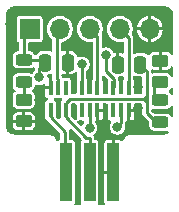
<source format=gbr>
%TF.GenerationSoftware,KiCad,Pcbnew,8.99.0-unknown-079855af18~181~ubuntu22.04.1*%
%TF.CreationDate,2024-11-15T17:57:23-08:00*%
%TF.ProjectId,gb_video_breakout,67625f76-6964-4656-9f5f-627265616b6f,rev?*%
%TF.SameCoordinates,Original*%
%TF.FileFunction,Copper,L1,Top*%
%TF.FilePolarity,Positive*%
%FSLAX46Y46*%
G04 Gerber Fmt 4.6, Leading zero omitted, Abs format (unit mm)*
G04 Created by KiCad (PCBNEW 8.99.0-unknown-079855af18~181~ubuntu22.04.1) date 2024-11-15 17:57:23*
%MOMM*%
%LPD*%
G01*
G04 APERTURE LIST*
G04 Aperture macros list*
%AMRoundRect*
0 Rectangle with rounded corners*
0 $1 Rounding radius*
0 $2 $3 $4 $5 $6 $7 $8 $9 X,Y pos of 4 corners*
0 Add a 4 corners polygon primitive as box body*
4,1,4,$2,$3,$4,$5,$6,$7,$8,$9,$2,$3,0*
0 Add four circle primitives for the rounded corners*
1,1,$1+$1,$2,$3*
1,1,$1+$1,$4,$5*
1,1,$1+$1,$6,$7*
1,1,$1+$1,$8,$9*
0 Add four rect primitives between the rounded corners*
20,1,$1+$1,$2,$3,$4,$5,0*
20,1,$1+$1,$4,$5,$6,$7,0*
20,1,$1+$1,$6,$7,$8,$9,0*
20,1,$1+$1,$8,$9,$2,$3,0*%
G04 Aperture macros list end*
%TA.AperFunction,SMDPad,CuDef*%
%ADD10R,0.400000X1.200000*%
%TD*%
%TA.AperFunction,SMDPad,CuDef*%
%ADD11RoundRect,0.250000X-0.250000X-0.475000X0.250000X-0.475000X0.250000X0.475000X-0.250000X0.475000X0*%
%TD*%
%TA.AperFunction,SMDPad,CuDef*%
%ADD12RoundRect,0.250000X0.250000X0.475000X-0.250000X0.475000X-0.250000X-0.475000X0.250000X-0.475000X0*%
%TD*%
%TA.AperFunction,ComponentPad*%
%ADD13R,1.700000X1.700000*%
%TD*%
%TA.AperFunction,ComponentPad*%
%ADD14O,1.700000X1.700000*%
%TD*%
%TA.AperFunction,SMDPad,CuDef*%
%ADD15RoundRect,0.250000X-0.450000X0.262500X-0.450000X-0.262500X0.450000X-0.262500X0.450000X0.262500X0*%
%TD*%
%TA.AperFunction,ConnectorPad*%
%ADD16R,1.000000X5.000000*%
%TD*%
%TA.AperFunction,SMDPad,CuDef*%
%ADD17RoundRect,0.243750X-0.456250X0.243750X-0.456250X-0.243750X0.456250X-0.243750X0.456250X0.243750X0*%
%TD*%
%TA.AperFunction,SMDPad,CuDef*%
%ADD18RoundRect,0.250000X0.450000X-0.262500X0.450000X0.262500X-0.450000X0.262500X-0.450000X-0.262500X0*%
%TD*%
%TA.AperFunction,SMDPad,CuDef*%
%ADD19RoundRect,0.243750X0.456250X-0.243750X0.456250X0.243750X-0.456250X0.243750X-0.456250X-0.243750X0*%
%TD*%
%TA.AperFunction,ViaPad*%
%ADD20C,0.800000*%
%TD*%
%TA.AperFunction,Conductor*%
%ADD21C,0.250000*%
%TD*%
G04 APERTURE END LIST*
D10*
%TO.P,U3,1,NC*%
%TO.N,unconnected-(U3-NC-Pad1)*%
X146500000Y-88750000D03*
%TO.P,U3,2,A*%
%TO.N,CLK_5V*%
X147150000Y-88750000D03*
%TO.P,U3,3,GND*%
%TO.N,GND*%
X147800000Y-88750000D03*
%TO.P,U3,4,Y*%
%TO.N,CLK_3V3*%
X147800000Y-86850000D03*
%TO.P,U3,5,VCC*%
%TO.N,+3V3*%
X146500000Y-86850000D03*
%TD*%
%TO.P,U2,1,NC*%
%TO.N,unconnected-(U2-NC-Pad1)*%
X143850000Y-88750000D03*
%TO.P,U2,2,A*%
%TO.N,RX_5V*%
X144500000Y-88750000D03*
%TO.P,U2,3,GND*%
%TO.N,GND*%
X145150000Y-88750000D03*
%TO.P,U2,4,Y*%
%TO.N,RX_3V3*%
X145150000Y-86850000D03*
%TO.P,U2,5,VCC*%
%TO.N,+3V3*%
X143850000Y-86850000D03*
%TD*%
%TO.P,U1,1,NC*%
%TO.N,unconnected-(U1-NC-Pad1)*%
X142500000Y-86850000D03*
%TO.P,U1,2,A*%
%TO.N,TX_3V3*%
X141850000Y-86850000D03*
%TO.P,U1,3,GND*%
%TO.N,GND*%
X141200000Y-86850000D03*
%TO.P,U1,4,Y*%
%TO.N,TX_5V*%
X141200000Y-88750000D03*
%TO.P,U1,5,VCC*%
%TO.N,+5V*%
X142500000Y-88750000D03*
%TD*%
D11*
%TO.P,C2,1*%
%TO.N,+3V3*%
X140750000Y-84700000D03*
%TO.P,C2,2*%
%TO.N,GND*%
X142650000Y-84700000D03*
%TD*%
D12*
%TO.P,C1,1*%
%TO.N,+5V*%
X148800000Y-84900000D03*
%TO.P,C1,2*%
%TO.N,GND*%
X146900000Y-84900000D03*
%TD*%
D13*
%TO.P,J1,1,Pin_1*%
%TO.N,+3V3*%
X139425000Y-81850000D03*
D14*
%TO.P,J1,2,Pin_2*%
%TO.N,TX_3V3*%
X141965000Y-81850000D03*
%TO.P,J1,3,Pin_3*%
%TO.N,RX_3V3*%
X144505000Y-81850000D03*
%TO.P,J1,4,Pin_4*%
%TO.N,CLK_3V3*%
X147045000Y-81850000D03*
%TO.P,J1,5,Pin_5*%
%TO.N,GND*%
X149585000Y-81850000D03*
%TD*%
D15*
%TO.P,R4,1*%
%TO.N,Net-(D2-K)*%
X138925000Y-87850000D03*
%TO.P,R4,2*%
%TO.N,GND*%
X138925000Y-89675000D03*
%TD*%
D16*
%TO.P,GB1,2,SO*%
%TO.N,TX_5V*%
X142500000Y-94000000D03*
%TO.P,GB1,4,SD*%
%TO.N,+5V*%
X144500000Y-94000000D03*
%TO.P,GB1,6,GND*%
%TO.N,GND*%
X146500000Y-94000000D03*
%TD*%
D17*
%TO.P,D1,1,K*%
%TO.N,Net-(D1-K)*%
X150500000Y-87887500D03*
%TO.P,D1,2,A*%
%TO.N,+5V*%
X150500000Y-89762500D03*
%TD*%
D18*
%TO.P,R3,1*%
%TO.N,Net-(D1-K)*%
X150500000Y-86362500D03*
%TO.P,R3,2*%
%TO.N,GND*%
X150500000Y-84537500D03*
%TD*%
D19*
%TO.P,D2,1,K*%
%TO.N,Net-(D2-K)*%
X138925000Y-86337500D03*
%TO.P,D2,2,A*%
%TO.N,+3V3*%
X138925000Y-84462500D03*
%TD*%
D20*
%TO.N,+3V3*%
X145881241Y-84052445D03*
X140250000Y-85950000D03*
%TO.N,GND*%
X151100000Y-80550000D03*
X148450000Y-80500000D03*
X145700000Y-80450000D03*
X143350000Y-80450000D03*
X140850000Y-80550000D03*
X137800000Y-81400000D03*
X137950000Y-83250000D03*
X151000000Y-82900000D03*
X148850000Y-83400000D03*
X146900000Y-83400000D03*
X140850000Y-83200000D03*
X143300000Y-83000000D03*
X140250000Y-87850000D03*
X140700000Y-90350000D03*
X148550000Y-90150000D03*
X148600000Y-86750000D03*
X148600000Y-88550000D03*
%TO.N,+3V3*%
X143850000Y-84850000D03*
%TO.N,CLK_5V*%
X146850000Y-90150000D03*
%TO.N,RX_5V*%
X144500000Y-90200000D03*
%TD*%
D21*
%TO.N,RX_3V3*%
X144505000Y-81850000D02*
X145150000Y-82495000D01*
X145150000Y-82495000D02*
X145150000Y-86850000D01*
%TO.N,TX_3V3*%
X141965000Y-81850000D02*
X141733005Y-82081995D01*
X141733005Y-82081995D02*
X141733005Y-86033005D01*
X141733005Y-86033005D02*
X141850000Y-86150000D01*
X141850000Y-86150000D02*
X141850000Y-86850000D01*
%TO.N,+5V*%
X149350000Y-87750000D02*
X149350000Y-88000000D01*
X149100000Y-87776000D02*
X149126000Y-87776000D01*
X149126000Y-87776000D02*
X149350000Y-88000000D01*
X149100000Y-87776000D02*
X149324000Y-87776000D01*
X149350000Y-85450000D02*
X149350000Y-87550000D01*
X149100000Y-87776000D02*
X149124000Y-87776000D01*
X149124000Y-87776000D02*
X149350000Y-87550000D01*
%TO.N,CLK_5V*%
X147150000Y-88750000D02*
X147150000Y-89850000D01*
X147150000Y-89850000D02*
X146850000Y-90150000D01*
%TO.N,+5V*%
X142500000Y-88750000D02*
X142500000Y-88100000D01*
X142500000Y-88100000D02*
X142824000Y-87776000D01*
X142824000Y-87776000D02*
X149100000Y-87776000D01*
X149324000Y-87776000D02*
X149350000Y-87750000D01*
X149350000Y-88000000D02*
X149350000Y-88967823D01*
X149350000Y-88967823D02*
X150144677Y-89762500D01*
X150144677Y-89762500D02*
X150500000Y-89762500D01*
X149350000Y-87550000D02*
X149350000Y-87750000D01*
%TO.N,+3V3*%
X145881241Y-84052445D02*
X145946959Y-84052445D01*
X145850000Y-85396514D02*
X146550000Y-86096514D01*
X145946959Y-84052445D02*
X145850000Y-84149404D01*
X145850000Y-84149404D02*
X145850000Y-85396514D01*
X146550000Y-86096514D02*
X146550000Y-86800000D01*
X146550000Y-86800000D02*
X146500000Y-86850000D01*
%TO.N,+5V*%
X148800000Y-84900000D02*
X149350000Y-85450000D01*
%TO.N,+3V3*%
X143850000Y-84850000D02*
X143850000Y-86850000D01*
%TO.N,+5V*%
X144500000Y-91050000D02*
X144200000Y-91050000D01*
X144200000Y-91050000D02*
X142500000Y-89350000D01*
X142500000Y-89350000D02*
X142500000Y-88750000D01*
X144500000Y-91900000D02*
X144500000Y-91050000D01*
X144500000Y-94000000D02*
X144500000Y-91900000D01*
%TO.N,RX_5V*%
X144500000Y-88750000D02*
X144500000Y-90200000D01*
%TO.N,+3V3*%
X138925000Y-84462500D02*
X140687500Y-84462500D01*
X140687500Y-84462500D02*
X140700000Y-84450000D01*
%TO.N,TX_5V*%
X141200000Y-89350000D02*
X142400000Y-90550000D01*
X141200000Y-88750000D02*
X141200000Y-89350000D01*
X142400000Y-90550000D02*
X142400000Y-93900000D01*
X142400000Y-93900000D02*
X142500000Y-94000000D01*
%TO.N,CLK_3V3*%
X147045000Y-81850000D02*
X147800000Y-82605000D01*
X147800000Y-82605000D02*
X147800000Y-86850000D01*
%TO.N,+3V3*%
X139425000Y-81850000D02*
X138925000Y-82350000D01*
X138925000Y-82350000D02*
X138925000Y-84462500D01*
%TO.N,Net-(D2-K)*%
X138925000Y-87850000D02*
X138925000Y-86337500D01*
%TO.N,Net-(D1-K)*%
X149925000Y-87837500D02*
X149925000Y-86312500D01*
%TO.N,GND*%
X146500000Y-94000000D02*
X146500000Y-91600000D01*
%TO.N,TX_5V*%
X142140000Y-93640000D02*
X142500000Y-94000000D01*
%TO.N,+3V3*%
X140250000Y-85950000D02*
X140250000Y-85200000D01*
X140250000Y-85200000D02*
X140750000Y-84700000D01*
%TD*%
%TA.AperFunction,Conductor*%
%TO.N,GND*%
G36*
X145992539Y-88171185D02*
G01*
X146038294Y-88223989D01*
X146049500Y-88275500D01*
X146049500Y-89374678D01*
X146064032Y-89447735D01*
X146064033Y-89447739D01*
X146074106Y-89462814D01*
X146119399Y-89530601D01*
X146149811Y-89550921D01*
X146202260Y-89585966D01*
X146202263Y-89585967D01*
X146234090Y-89592298D01*
X146296001Y-89624682D01*
X146330575Y-89685398D01*
X146326836Y-89755168D01*
X146313002Y-89782805D01*
X146273537Y-89841868D01*
X146273533Y-89841875D01*
X146224499Y-89960255D01*
X146224497Y-89960261D01*
X146199500Y-90085928D01*
X146199500Y-90085931D01*
X146199500Y-90214069D01*
X146199500Y-90214071D01*
X146199499Y-90214071D01*
X146224497Y-90339738D01*
X146224499Y-90339744D01*
X146273533Y-90458124D01*
X146273538Y-90458133D01*
X146344723Y-90564668D01*
X146344726Y-90564672D01*
X146435327Y-90655273D01*
X146435331Y-90655276D01*
X146541866Y-90726461D01*
X146541875Y-90726466D01*
X146551713Y-90730541D01*
X146660256Y-90775501D01*
X146660260Y-90775501D01*
X146660261Y-90775502D01*
X146785928Y-90800500D01*
X146785931Y-90800500D01*
X146914071Y-90800500D01*
X147014145Y-90780593D01*
X147039744Y-90775501D01*
X147158127Y-90726465D01*
X147264669Y-90655276D01*
X147355276Y-90564669D01*
X147426465Y-90458127D01*
X147475501Y-90339744D01*
X147500500Y-90214069D01*
X147500500Y-90085931D01*
X147495419Y-90060389D01*
X147495850Y-90047652D01*
X147493065Y-90038873D01*
X147496824Y-90018872D01*
X147497333Y-90003838D01*
X147499588Y-89995495D01*
X147499910Y-89994938D01*
X147519082Y-89923387D01*
X147525500Y-89899436D01*
X147525500Y-89800564D01*
X147525500Y-89724000D01*
X147545185Y-89656961D01*
X147597989Y-89611206D01*
X147649500Y-89600000D01*
X147675000Y-89600000D01*
X147925000Y-89600000D01*
X148024626Y-89600000D01*
X148024628Y-89599999D01*
X148097540Y-89585496D01*
X148097544Y-89585494D01*
X148180239Y-89530239D01*
X148235494Y-89447544D01*
X148235496Y-89447540D01*
X148249999Y-89374628D01*
X148250000Y-89374626D01*
X148250000Y-88875000D01*
X147925000Y-88875000D01*
X147925000Y-89600000D01*
X147675000Y-89600000D01*
X147675000Y-88874000D01*
X147677550Y-88865314D01*
X147676262Y-88856353D01*
X147687240Y-88832312D01*
X147694685Y-88806961D01*
X147701525Y-88801033D01*
X147705287Y-88792797D01*
X147727521Y-88778507D01*
X147747489Y-88761206D01*
X147758003Y-88758918D01*
X147764065Y-88755023D01*
X147799000Y-88750000D01*
X147800000Y-88750000D01*
X147800000Y-88749000D01*
X147819685Y-88681961D01*
X147872489Y-88636206D01*
X147924000Y-88625000D01*
X148250000Y-88625000D01*
X148250000Y-88275500D01*
X148269685Y-88208461D01*
X148322489Y-88162706D01*
X148374000Y-88151500D01*
X148850500Y-88151500D01*
X148917539Y-88171185D01*
X148963294Y-88223989D01*
X148974500Y-88275500D01*
X148974500Y-89017258D01*
X149000090Y-89112761D01*
X149039331Y-89180729D01*
X149049526Y-89198386D01*
X149513181Y-89662041D01*
X149546666Y-89723364D01*
X149549500Y-89749722D01*
X149549500Y-90053516D01*
X149549501Y-90053526D01*
X149555828Y-90112391D01*
X149593754Y-90214071D01*
X149605497Y-90245554D01*
X149690669Y-90359331D01*
X149804446Y-90444503D01*
X149937609Y-90494171D01*
X149996479Y-90500500D01*
X151003520Y-90500499D01*
X151054852Y-90494981D01*
X151066482Y-90497079D01*
X151078051Y-90494671D01*
X151100232Y-90503169D01*
X151123610Y-90507388D01*
X151132258Y-90515440D01*
X151143295Y-90519669D01*
X151157361Y-90538812D01*
X151174747Y-90554999D01*
X151177669Y-90566449D01*
X151184667Y-90575973D01*
X151186150Y-90599681D01*
X151192025Y-90622698D01*
X151188292Y-90633910D01*
X151189031Y-90645707D01*
X151177460Y-90666455D01*
X151169959Y-90688992D01*
X151159896Y-90697949D01*
X151155001Y-90706729D01*
X151126560Y-90727628D01*
X151116731Y-90732882D01*
X151094271Y-90742186D01*
X150967661Y-90780593D01*
X150943819Y-90785335D01*
X150806062Y-90798903D01*
X150793908Y-90799500D01*
X147931005Y-90799500D01*
X147795677Y-90826418D01*
X147795667Y-90826421D01*
X147668195Y-90879221D01*
X147668182Y-90879228D01*
X147553458Y-90955885D01*
X147553454Y-90955888D01*
X147455888Y-91053454D01*
X147455885Y-91053458D01*
X147379228Y-91168182D01*
X147379223Y-91168192D01*
X147344738Y-91251447D01*
X147300897Y-91305850D01*
X147234603Y-91327915D01*
X147166903Y-91310636D01*
X147161286Y-91307096D01*
X147097544Y-91264505D01*
X147097540Y-91264503D01*
X147024627Y-91250000D01*
X146625000Y-91250000D01*
X146625000Y-93876000D01*
X146622449Y-93884685D01*
X146623738Y-93893647D01*
X146612759Y-93917687D01*
X146605315Y-93943039D01*
X146598474Y-93948966D01*
X146594713Y-93957203D01*
X146572478Y-93971492D01*
X146552511Y-93988794D01*
X146541996Y-93991081D01*
X146535935Y-93994977D01*
X146501000Y-94000000D01*
X146500000Y-94000000D01*
X146500000Y-94001000D01*
X146480315Y-94068039D01*
X146427511Y-94113794D01*
X146376000Y-94125000D01*
X145750000Y-94125000D01*
X145750000Y-96524628D01*
X145764503Y-96597540D01*
X145764503Y-96597541D01*
X145770562Y-96606608D01*
X145791440Y-96673285D01*
X145772956Y-96740666D01*
X145720978Y-96787356D01*
X145667460Y-96799500D01*
X145333142Y-96799500D01*
X145266103Y-96779815D01*
X145220348Y-96727011D01*
X145210404Y-96657853D01*
X145230040Y-96606610D01*
X145235964Y-96597743D01*
X145235964Y-96597742D01*
X145235966Y-96597740D01*
X145250500Y-96524674D01*
X145250500Y-91475371D01*
X145750000Y-91475371D01*
X145750000Y-93875000D01*
X146375000Y-93875000D01*
X146375000Y-91250000D01*
X145975373Y-91250000D01*
X145902459Y-91264503D01*
X145902455Y-91264505D01*
X145819760Y-91319760D01*
X145764505Y-91402455D01*
X145764503Y-91402459D01*
X145750000Y-91475371D01*
X145250500Y-91475371D01*
X145250500Y-91475326D01*
X145250500Y-91475323D01*
X145250499Y-91475321D01*
X145235967Y-91402264D01*
X145235966Y-91402260D01*
X145180601Y-91319399D01*
X145097740Y-91264034D01*
X145097739Y-91264033D01*
X145097735Y-91264032D01*
X145024677Y-91249500D01*
X145024674Y-91249500D01*
X144999500Y-91249500D01*
X144932461Y-91229815D01*
X144886706Y-91177011D01*
X144875500Y-91125500D01*
X144875500Y-91000567D01*
X144875500Y-91000565D01*
X144849910Y-90905062D01*
X144842770Y-90892696D01*
X144826297Y-90824798D01*
X144849148Y-90758771D01*
X144881265Y-90727595D01*
X144914669Y-90705276D01*
X145005276Y-90614669D01*
X145076465Y-90508127D01*
X145125501Y-90389744D01*
X145144410Y-90294687D01*
X145150500Y-90264071D01*
X145150500Y-90135928D01*
X145125502Y-90010261D01*
X145125501Y-90010260D01*
X145125501Y-90010256D01*
X145079598Y-89899436D01*
X145076466Y-89891875D01*
X145076461Y-89891866D01*
X145005278Y-89785334D01*
X145001928Y-89781252D01*
X144974612Y-89716943D01*
X144986401Y-89648075D01*
X145010098Y-89614901D01*
X145024999Y-89600000D01*
X145275000Y-89600000D01*
X145374626Y-89600000D01*
X145374628Y-89599999D01*
X145447540Y-89585496D01*
X145447544Y-89585494D01*
X145530239Y-89530239D01*
X145585494Y-89447544D01*
X145585496Y-89447540D01*
X145599999Y-89374628D01*
X145600000Y-89374626D01*
X145600000Y-88875000D01*
X145275000Y-88875000D01*
X145275000Y-89600000D01*
X145024999Y-89600000D01*
X145025000Y-89599999D01*
X145025000Y-88874000D01*
X145027550Y-88865314D01*
X145026262Y-88856353D01*
X145037240Y-88832312D01*
X145044685Y-88806961D01*
X145051525Y-88801033D01*
X145055287Y-88792797D01*
X145077521Y-88778507D01*
X145097489Y-88761206D01*
X145108003Y-88758918D01*
X145114065Y-88755023D01*
X145149000Y-88750000D01*
X145150000Y-88750000D01*
X145150000Y-88749000D01*
X145169685Y-88681961D01*
X145222489Y-88636206D01*
X145274000Y-88625000D01*
X145600000Y-88625000D01*
X145600000Y-88275500D01*
X145602550Y-88266814D01*
X145601262Y-88257853D01*
X145612240Y-88233812D01*
X145619685Y-88208461D01*
X145626525Y-88202533D01*
X145630287Y-88194297D01*
X145652521Y-88180007D01*
X145672489Y-88162706D01*
X145683003Y-88160418D01*
X145689065Y-88156523D01*
X145724000Y-88151500D01*
X145925500Y-88151500D01*
X145992539Y-88171185D01*
G37*
%TD.AperFunction*%
%TA.AperFunction,Conductor*%
G36*
X150806061Y-79901097D02*
G01*
X150816051Y-79902080D01*
X150943824Y-79914665D01*
X150967652Y-79919404D01*
X151094277Y-79957815D01*
X151116725Y-79967114D01*
X151233406Y-80029482D01*
X151253616Y-80042986D01*
X151355891Y-80126920D01*
X151373079Y-80144108D01*
X151457012Y-80246381D01*
X151470517Y-80266593D01*
X151532883Y-80383271D01*
X151542186Y-80405728D01*
X151580593Y-80532338D01*
X151585335Y-80556180D01*
X151598903Y-80693938D01*
X151599500Y-80706092D01*
X151599500Y-83935730D01*
X151579815Y-84002769D01*
X151527011Y-84048524D01*
X151457853Y-84058468D01*
X151394297Y-84029443D01*
X151376234Y-84010042D01*
X151307187Y-83917809D01*
X151192093Y-83831649D01*
X151192086Y-83831645D01*
X151057379Y-83781403D01*
X151057372Y-83781401D01*
X150997844Y-83775000D01*
X150625000Y-83775000D01*
X150625000Y-85300000D01*
X150997828Y-85300000D01*
X150997844Y-85299999D01*
X151057372Y-85293598D01*
X151057379Y-85293596D01*
X151192086Y-85243354D01*
X151192093Y-85243350D01*
X151307187Y-85157190D01*
X151307190Y-85157187D01*
X151376234Y-85064958D01*
X151432168Y-85023087D01*
X151501859Y-85018103D01*
X151563182Y-85051589D01*
X151596666Y-85112912D01*
X151599500Y-85139269D01*
X151599500Y-85759897D01*
X151579815Y-85826936D01*
X151527011Y-85872691D01*
X151457853Y-85882635D01*
X151394297Y-85853610D01*
X151376234Y-85834208D01*
X151307547Y-85742455D01*
X151307544Y-85742452D01*
X151192335Y-85656206D01*
X151192328Y-85656202D01*
X151057482Y-85605908D01*
X151057483Y-85605908D01*
X150997883Y-85599501D01*
X150997881Y-85599500D01*
X150997873Y-85599500D01*
X150997864Y-85599500D01*
X150002129Y-85599500D01*
X150002123Y-85599501D01*
X149942514Y-85605909D01*
X149892832Y-85624439D01*
X149862309Y-85626621D01*
X149832032Y-85631020D01*
X149827790Y-85629090D01*
X149823140Y-85629423D01*
X149796278Y-85614754D01*
X149768434Y-85602088D01*
X149765908Y-85598171D01*
X149761817Y-85595937D01*
X149747152Y-85569079D01*
X149730574Y-85543366D01*
X149729660Y-85537043D01*
X149728333Y-85534613D01*
X149725500Y-85508438D01*
X149725500Y-85400565D01*
X149725341Y-85399973D01*
X149725329Y-85391326D01*
X149732951Y-85365226D01*
X149737125Y-85338361D01*
X149742601Y-85332183D01*
X149744916Y-85324258D01*
X149765438Y-85306422D01*
X149783474Y-85286078D01*
X149791421Y-85283841D01*
X149797653Y-85278426D01*
X149824558Y-85274517D01*
X149850732Y-85267153D01*
X149861478Y-85269154D01*
X149866797Y-85268382D01*
X149873360Y-85271367D01*
X149892663Y-85274963D01*
X149942623Y-85293597D01*
X149942627Y-85293598D01*
X150002155Y-85299999D01*
X150002172Y-85300000D01*
X150375000Y-85300000D01*
X150375000Y-83775000D01*
X150002155Y-83775000D01*
X149942627Y-83781401D01*
X149942620Y-83781403D01*
X149807913Y-83831645D01*
X149807906Y-83831649D01*
X149692812Y-83917809D01*
X149692809Y-83917812D01*
X149606649Y-84032907D01*
X149603509Y-84038657D01*
X149554101Y-84088060D01*
X149485827Y-84102909D01*
X149420364Y-84078489D01*
X149408162Y-84067915D01*
X149292335Y-83981206D01*
X149292328Y-83981202D01*
X149157486Y-83930910D01*
X149157485Y-83930909D01*
X149157483Y-83930909D01*
X149097873Y-83924500D01*
X149097863Y-83924500D01*
X148502129Y-83924500D01*
X148502123Y-83924501D01*
X148442516Y-83930908D01*
X148342833Y-83968088D01*
X148273141Y-83973072D01*
X148211818Y-83939586D01*
X148178334Y-83878263D01*
X148175500Y-83851906D01*
X148175500Y-82555567D01*
X148175500Y-82555565D01*
X148149910Y-82460062D01*
X148100475Y-82374438D01*
X148100473Y-82374436D01*
X148100472Y-82374434D01*
X148095526Y-82367988D01*
X148097122Y-82366762D01*
X148068837Y-82314962D01*
X148072071Y-82250289D01*
X148118402Y-82107701D01*
X148145500Y-81936611D01*
X148145500Y-81763389D01*
X148139420Y-81725000D01*
X148491086Y-81725000D01*
X149100856Y-81725000D01*
X149085000Y-81784174D01*
X149085000Y-81915826D01*
X149100856Y-81975000D01*
X148491086Y-81975000D01*
X148512086Y-82107585D01*
X148565591Y-82272257D01*
X148644195Y-82426524D01*
X148745967Y-82566602D01*
X148868397Y-82689032D01*
X149008475Y-82790804D01*
X149162744Y-82869408D01*
X149327415Y-82922913D01*
X149460000Y-82943913D01*
X149460000Y-82334144D01*
X149519174Y-82350000D01*
X149650826Y-82350000D01*
X149710000Y-82334144D01*
X149710000Y-82943912D01*
X149842584Y-82922913D01*
X150007255Y-82869408D01*
X150161524Y-82790804D01*
X150301602Y-82689032D01*
X150424032Y-82566602D01*
X150525804Y-82426524D01*
X150604408Y-82272257D01*
X150657913Y-82107585D01*
X150678914Y-81975000D01*
X150069144Y-81975000D01*
X150085000Y-81915826D01*
X150085000Y-81784174D01*
X150069144Y-81725000D01*
X150678914Y-81725000D01*
X150657913Y-81592414D01*
X150604408Y-81427742D01*
X150525804Y-81273475D01*
X150424032Y-81133397D01*
X150301602Y-81010967D01*
X150161524Y-80909195D01*
X150007257Y-80830591D01*
X149842585Y-80777086D01*
X149710000Y-80756086D01*
X149710000Y-81365855D01*
X149650826Y-81350000D01*
X149519174Y-81350000D01*
X149460000Y-81365855D01*
X149460000Y-80756086D01*
X149327414Y-80777086D01*
X149162742Y-80830591D01*
X149008475Y-80909195D01*
X148868397Y-81010967D01*
X148745967Y-81133397D01*
X148644195Y-81273475D01*
X148565591Y-81427742D01*
X148512086Y-81592414D01*
X148491086Y-81725000D01*
X148139420Y-81725000D01*
X148118402Y-81592299D01*
X148064873Y-81427555D01*
X147986232Y-81273212D01*
X147884414Y-81133072D01*
X147761928Y-81010586D01*
X147621788Y-80908768D01*
X147467445Y-80830127D01*
X147302701Y-80776598D01*
X147302699Y-80776597D01*
X147302698Y-80776597D01*
X147171271Y-80755781D01*
X147131611Y-80749500D01*
X146958389Y-80749500D01*
X146918728Y-80755781D01*
X146787302Y-80776597D01*
X146622552Y-80830128D01*
X146468211Y-80908768D01*
X146388256Y-80966859D01*
X146328072Y-81010586D01*
X146328070Y-81010588D01*
X146328069Y-81010588D01*
X146205588Y-81133069D01*
X146205588Y-81133070D01*
X146205586Y-81133072D01*
X146205350Y-81133397D01*
X146103768Y-81273211D01*
X146025128Y-81427552D01*
X145971597Y-81592302D01*
X145944500Y-81763389D01*
X145944500Y-81936610D01*
X145971579Y-82107585D01*
X145971598Y-82107701D01*
X146025127Y-82272445D01*
X146103768Y-82426788D01*
X146205586Y-82566928D01*
X146328072Y-82689414D01*
X146468212Y-82791232D01*
X146622555Y-82869873D01*
X146787299Y-82923402D01*
X146958389Y-82950500D01*
X146958390Y-82950500D01*
X147131610Y-82950500D01*
X147131611Y-82950500D01*
X147281102Y-82926823D01*
X147350396Y-82935778D01*
X147403848Y-82980774D01*
X147424487Y-83047525D01*
X147424500Y-83049296D01*
X147424500Y-83815141D01*
X147404815Y-83882180D01*
X147352011Y-83927935D01*
X147282853Y-83937879D01*
X147258698Y-83931714D01*
X147257372Y-83931401D01*
X147197844Y-83925000D01*
X147025000Y-83925000D01*
X147025000Y-84776000D01*
X147022449Y-84784685D01*
X147023738Y-84793647D01*
X147012759Y-84817687D01*
X147005315Y-84843039D01*
X146998474Y-84848966D01*
X146994713Y-84857203D01*
X146972478Y-84871492D01*
X146952511Y-84888794D01*
X146941996Y-84891081D01*
X146935935Y-84894977D01*
X146901000Y-84900000D01*
X146899000Y-84900000D01*
X146831961Y-84880315D01*
X146786206Y-84827511D01*
X146775000Y-84776000D01*
X146775000Y-83925000D01*
X146615401Y-83925000D01*
X146548362Y-83905315D01*
X146502607Y-83852511D01*
X146500840Y-83848452D01*
X146457709Y-83744324D01*
X146457702Y-83744311D01*
X146386517Y-83637776D01*
X146386514Y-83637772D01*
X146295913Y-83547171D01*
X146295909Y-83547168D01*
X146189374Y-83475983D01*
X146189365Y-83475978D01*
X146070985Y-83426944D01*
X146070979Y-83426942D01*
X145945312Y-83401945D01*
X145945310Y-83401945D01*
X145817172Y-83401945D01*
X145817170Y-83401945D01*
X145691502Y-83426942D01*
X145685670Y-83428712D01*
X145684851Y-83426013D01*
X145627335Y-83432126D01*
X145564894Y-83400775D01*
X145529315Y-83340643D01*
X145525500Y-83310123D01*
X145525500Y-82445567D01*
X145525499Y-82445563D01*
X145513141Y-82399440D01*
X145513141Y-82399441D01*
X145513140Y-82399436D01*
X145507203Y-82377278D01*
X145508864Y-82307433D01*
X145516488Y-82288900D01*
X145524873Y-82272445D01*
X145578402Y-82107701D01*
X145605500Y-81936611D01*
X145605500Y-81763389D01*
X145578402Y-81592299D01*
X145524873Y-81427555D01*
X145446232Y-81273212D01*
X145344414Y-81133072D01*
X145221928Y-81010586D01*
X145081788Y-80908768D01*
X144927445Y-80830127D01*
X144762701Y-80776598D01*
X144762699Y-80776597D01*
X144762698Y-80776597D01*
X144631271Y-80755781D01*
X144591611Y-80749500D01*
X144418389Y-80749500D01*
X144378728Y-80755781D01*
X144247302Y-80776597D01*
X144082552Y-80830128D01*
X143928211Y-80908768D01*
X143848256Y-80966859D01*
X143788072Y-81010586D01*
X143788070Y-81010588D01*
X143788069Y-81010588D01*
X143665588Y-81133069D01*
X143665588Y-81133070D01*
X143665586Y-81133072D01*
X143665350Y-81133397D01*
X143563768Y-81273211D01*
X143485128Y-81427552D01*
X143431597Y-81592302D01*
X143404500Y-81763389D01*
X143404500Y-81936610D01*
X143431579Y-82107585D01*
X143431598Y-82107701D01*
X143485127Y-82272445D01*
X143563768Y-82426788D01*
X143665586Y-82566928D01*
X143788072Y-82689414D01*
X143928212Y-82791232D01*
X144082555Y-82869873D01*
X144247299Y-82923402D01*
X144418389Y-82950500D01*
X144418390Y-82950500D01*
X144591610Y-82950500D01*
X144591611Y-82950500D01*
X144631102Y-82944245D01*
X144700395Y-82953199D01*
X144753847Y-82998196D01*
X144774487Y-83064947D01*
X144774500Y-83066718D01*
X144774500Y-86024150D01*
X144754815Y-86091189D01*
X144753603Y-86093040D01*
X144714033Y-86152260D01*
X144714032Y-86152264D01*
X144699500Y-86225321D01*
X144699500Y-87276500D01*
X144696949Y-87285185D01*
X144698238Y-87294147D01*
X144687259Y-87318187D01*
X144679815Y-87343539D01*
X144672974Y-87349466D01*
X144669213Y-87357703D01*
X144646978Y-87371992D01*
X144627011Y-87389294D01*
X144616496Y-87391581D01*
X144610435Y-87395477D01*
X144575500Y-87400500D01*
X144424500Y-87400500D01*
X144357461Y-87380815D01*
X144311706Y-87328011D01*
X144300500Y-87276500D01*
X144300500Y-86225323D01*
X144300499Y-86225321D01*
X144285967Y-86152264D01*
X144285966Y-86152260D01*
X144281690Y-86145860D01*
X144246396Y-86093039D01*
X144225520Y-86026362D01*
X144225500Y-86024150D01*
X144225500Y-85445807D01*
X144245185Y-85378768D01*
X144261819Y-85358125D01*
X144264665Y-85355278D01*
X144264669Y-85355276D01*
X144355276Y-85264669D01*
X144426465Y-85158127D01*
X144475501Y-85039744D01*
X144494237Y-84945554D01*
X144500500Y-84914071D01*
X144500500Y-84785928D01*
X144475502Y-84660261D01*
X144475501Y-84660260D01*
X144475501Y-84660256D01*
X144437574Y-84568692D01*
X144426466Y-84541875D01*
X144426461Y-84541866D01*
X144355276Y-84435331D01*
X144355273Y-84435327D01*
X144264672Y-84344726D01*
X144264668Y-84344723D01*
X144158133Y-84273538D01*
X144158124Y-84273533D01*
X144039744Y-84224499D01*
X144039738Y-84224497D01*
X143914071Y-84199500D01*
X143914069Y-84199500D01*
X143785931Y-84199500D01*
X143785929Y-84199500D01*
X143660261Y-84224497D01*
X143660251Y-84224500D01*
X143569002Y-84262297D01*
X143499533Y-84269766D01*
X143437054Y-84238491D01*
X143401402Y-84178402D01*
X143398261Y-84160992D01*
X143393598Y-84117627D01*
X143393596Y-84117620D01*
X143343354Y-83982913D01*
X143343350Y-83982906D01*
X143257190Y-83867812D01*
X143257187Y-83867809D01*
X143142093Y-83781649D01*
X143142086Y-83781645D01*
X143007379Y-83731403D01*
X143007372Y-83731401D01*
X142947844Y-83725000D01*
X142775000Y-83725000D01*
X142775000Y-85675000D01*
X142947828Y-85675000D01*
X142947844Y-85674999D01*
X143007372Y-85668598D01*
X143007379Y-85668596D01*
X143142086Y-85618354D01*
X143142093Y-85618350D01*
X143257187Y-85532190D01*
X143262819Y-85526559D01*
X143324142Y-85493074D01*
X143393834Y-85498058D01*
X143449767Y-85539930D01*
X143474184Y-85605394D01*
X143474500Y-85614240D01*
X143474500Y-86024150D01*
X143454815Y-86091189D01*
X143453603Y-86093040D01*
X143414033Y-86152260D01*
X143414032Y-86152264D01*
X143399500Y-86225321D01*
X143399500Y-87276500D01*
X143396949Y-87285185D01*
X143398238Y-87294147D01*
X143387259Y-87318187D01*
X143379815Y-87343539D01*
X143372974Y-87349466D01*
X143369213Y-87357703D01*
X143346978Y-87371992D01*
X143327011Y-87389294D01*
X143316496Y-87391581D01*
X143310435Y-87395477D01*
X143275500Y-87400500D01*
X143074500Y-87400500D01*
X143007461Y-87380815D01*
X142961706Y-87328011D01*
X142950500Y-87276500D01*
X142950500Y-86225323D01*
X142950499Y-86225321D01*
X142935967Y-86152264D01*
X142935966Y-86152260D01*
X142931690Y-86145860D01*
X142880601Y-86069399D01*
X142818825Y-86028122D01*
X142797739Y-86014033D01*
X142797735Y-86014032D01*
X142724677Y-85999500D01*
X142724674Y-85999500D01*
X142275326Y-85999500D01*
X142269235Y-85999500D01*
X142269235Y-85996859D01*
X142268994Y-85996813D01*
X142257539Y-85999117D01*
X142235293Y-85990416D01*
X142211830Y-85985963D01*
X142201695Y-85977276D01*
X142192469Y-85973668D01*
X142177525Y-85956560D01*
X142167910Y-85948319D01*
X142164159Y-85943139D01*
X142150475Y-85919438D01*
X142137854Y-85906817D01*
X142132075Y-85898837D01*
X142123549Y-85874825D01*
X142111339Y-85852464D01*
X142109484Y-85835211D01*
X142108697Y-85832995D01*
X142109073Y-85831389D01*
X142108505Y-85826106D01*
X142108505Y-85778519D01*
X142128190Y-85711480D01*
X142180994Y-85665725D01*
X142250152Y-85655781D01*
X142275840Y-85662338D01*
X142292619Y-85668596D01*
X142292627Y-85668598D01*
X142352155Y-85674999D01*
X142352172Y-85675000D01*
X142525000Y-85675000D01*
X142525000Y-83725000D01*
X142352155Y-83725000D01*
X142292627Y-83731401D01*
X142292620Y-83731403D01*
X142275836Y-83737663D01*
X142206144Y-83742646D01*
X142144822Y-83709159D01*
X142111338Y-83647835D01*
X142108505Y-83621480D01*
X142108505Y-83047394D01*
X142128190Y-82980355D01*
X142180994Y-82934600D01*
X142213107Y-82924921D01*
X142222701Y-82923402D01*
X142387445Y-82869873D01*
X142541788Y-82791232D01*
X142681928Y-82689414D01*
X142804414Y-82566928D01*
X142906232Y-82426788D01*
X142984873Y-82272445D01*
X143038402Y-82107701D01*
X143065500Y-81936611D01*
X143065500Y-81763389D01*
X143038402Y-81592299D01*
X142984873Y-81427555D01*
X142906232Y-81273212D01*
X142804414Y-81133072D01*
X142681928Y-81010586D01*
X142541788Y-80908768D01*
X142387445Y-80830127D01*
X142222701Y-80776598D01*
X142222699Y-80776597D01*
X142222698Y-80776597D01*
X142091271Y-80755781D01*
X142051611Y-80749500D01*
X141878389Y-80749500D01*
X141838728Y-80755781D01*
X141707302Y-80776597D01*
X141542552Y-80830128D01*
X141388211Y-80908768D01*
X141308256Y-80966859D01*
X141248072Y-81010586D01*
X141248070Y-81010588D01*
X141248069Y-81010588D01*
X141125588Y-81133069D01*
X141125588Y-81133070D01*
X141125586Y-81133072D01*
X141125350Y-81133397D01*
X141023768Y-81273211D01*
X140945128Y-81427552D01*
X140891597Y-81592302D01*
X140864500Y-81763389D01*
X140864500Y-81936610D01*
X140891579Y-82107585D01*
X140891598Y-82107701D01*
X140945127Y-82272445D01*
X141023768Y-82426788D01*
X141125586Y-82566928D01*
X141125588Y-82566930D01*
X141248075Y-82689417D01*
X141287521Y-82718075D01*
X141306389Y-82731783D01*
X141349055Y-82787112D01*
X141357505Y-82832102D01*
X141357505Y-83645567D01*
X141337820Y-83712606D01*
X141285016Y-83758361D01*
X141215858Y-83768305D01*
X141190173Y-83761749D01*
X141107488Y-83730910D01*
X141107484Y-83730909D01*
X141107483Y-83730909D01*
X141047873Y-83724500D01*
X141047863Y-83724500D01*
X140452129Y-83724500D01*
X140452123Y-83724501D01*
X140392516Y-83730908D01*
X140257671Y-83781202D01*
X140257664Y-83781206D01*
X140142455Y-83867452D01*
X140142452Y-83867455D01*
X140056206Y-83982664D01*
X140056202Y-83982672D01*
X140054635Y-83986874D01*
X140012763Y-84042806D01*
X139947298Y-84067222D01*
X139879025Y-84052369D01*
X139829621Y-84002963D01*
X139822273Y-83986874D01*
X139819503Y-83979446D01*
X139734331Y-83865669D01*
X139665962Y-83814489D01*
X139620556Y-83780498D01*
X139620554Y-83780497D01*
X139487391Y-83730829D01*
X139487389Y-83730828D01*
X139487387Y-83730828D01*
X139428537Y-83724500D01*
X139428521Y-83724500D01*
X139424500Y-83724500D01*
X139357461Y-83704815D01*
X139311706Y-83652011D01*
X139300500Y-83600500D01*
X139300500Y-83074500D01*
X139320185Y-83007461D01*
X139372989Y-82961706D01*
X139424500Y-82950500D01*
X140299676Y-82950500D01*
X140299677Y-82950499D01*
X140372740Y-82935966D01*
X140455601Y-82880601D01*
X140510966Y-82797740D01*
X140525500Y-82724674D01*
X140525500Y-80975326D01*
X140525500Y-80975323D01*
X140525499Y-80975321D01*
X140510967Y-80902264D01*
X140510966Y-80902260D01*
X140455601Y-80819399D01*
X140372740Y-80764034D01*
X140372739Y-80764033D01*
X140372735Y-80764032D01*
X140299677Y-80749500D01*
X140299674Y-80749500D01*
X138550326Y-80749500D01*
X138550323Y-80749500D01*
X138477264Y-80764032D01*
X138477260Y-80764033D01*
X138394399Y-80819399D01*
X138339033Y-80902260D01*
X138339032Y-80902264D01*
X138324500Y-80975321D01*
X138324500Y-82724678D01*
X138339032Y-82797735D01*
X138339033Y-82797739D01*
X138339034Y-82797740D01*
X138394399Y-82880601D01*
X138475216Y-82934600D01*
X138487415Y-82942751D01*
X138486074Y-82944756D01*
X138527355Y-82978021D01*
X138549421Y-83044315D01*
X138549500Y-83048743D01*
X138549500Y-83600500D01*
X138529815Y-83667539D01*
X138477011Y-83713294D01*
X138425517Y-83724500D01*
X138421491Y-83724500D01*
X138421473Y-83724501D01*
X138362608Y-83730828D01*
X138229445Y-83780497D01*
X138115669Y-83865669D01*
X138030498Y-83979443D01*
X138029297Y-83982664D01*
X137989986Y-84088060D01*
X137980828Y-84112612D01*
X137974500Y-84171462D01*
X137974500Y-84753517D01*
X137974501Y-84753526D01*
X137980828Y-84812391D01*
X138018754Y-84914071D01*
X138030497Y-84945554D01*
X138115669Y-85059331D01*
X138229446Y-85144503D01*
X138362609Y-85194171D01*
X138421479Y-85200500D01*
X139428520Y-85200499D01*
X139487391Y-85194171D01*
X139620554Y-85144503D01*
X139676190Y-85102853D01*
X139688810Y-85098146D01*
X139698989Y-85089327D01*
X139720904Y-85086175D01*
X139741652Y-85078437D01*
X139754814Y-85081300D01*
X139768147Y-85079383D01*
X139788288Y-85088581D01*
X139809926Y-85093288D01*
X139819450Y-85102812D01*
X139831703Y-85108408D01*
X139843675Y-85127037D01*
X139859331Y-85142693D01*
X139863017Y-85157134D01*
X139869477Y-85167186D01*
X139874500Y-85202121D01*
X139874500Y-85354192D01*
X139854815Y-85421231D01*
X139838181Y-85441873D01*
X139744726Y-85535327D01*
X139710186Y-85587020D01*
X139656573Y-85631824D01*
X139587248Y-85640531D01*
X139563751Y-85634310D01*
X139487605Y-85605909D01*
X139487391Y-85605829D01*
X139487390Y-85605828D01*
X139487389Y-85605828D01*
X139428529Y-85599500D01*
X138421482Y-85599500D01*
X138421473Y-85599501D01*
X138362608Y-85605828D01*
X138229445Y-85655497D01*
X138115669Y-85740669D01*
X138030498Y-85854443D01*
X138015303Y-85895183D01*
X137995608Y-85947987D01*
X137980828Y-85987612D01*
X137974500Y-86046462D01*
X137974500Y-86628517D01*
X137974501Y-86628526D01*
X137980828Y-86687391D01*
X138010778Y-86767687D01*
X138030497Y-86820554D01*
X138115669Y-86934331D01*
X138181409Y-86983543D01*
X138223280Y-87039477D01*
X138228264Y-87109169D01*
X138194779Y-87170492D01*
X138181410Y-87182076D01*
X138117452Y-87229955D01*
X138031206Y-87345164D01*
X138031202Y-87345171D01*
X137980910Y-87480013D01*
X137980909Y-87480017D01*
X137974500Y-87539627D01*
X137974500Y-87539634D01*
X137974500Y-87539635D01*
X137974500Y-88160370D01*
X137974501Y-88160376D01*
X137980908Y-88219983D01*
X138031202Y-88354828D01*
X138031206Y-88354835D01*
X138117452Y-88470044D01*
X138117455Y-88470047D01*
X138232664Y-88556293D01*
X138232671Y-88556297D01*
X138367517Y-88606591D01*
X138367516Y-88606591D01*
X138374444Y-88607335D01*
X138427127Y-88613000D01*
X139422872Y-88612999D01*
X139482483Y-88606591D01*
X139617331Y-88556296D01*
X139732546Y-88470046D01*
X139818796Y-88354831D01*
X139869091Y-88219983D01*
X139875500Y-88160373D01*
X139875499Y-87539628D01*
X139869091Y-87480017D01*
X139867098Y-87474674D01*
X139818797Y-87345171D01*
X139818793Y-87345164D01*
X139732547Y-87229956D01*
X139732548Y-87229956D01*
X139732546Y-87229954D01*
X139668589Y-87182075D01*
X139626719Y-87126143D01*
X139621735Y-87056451D01*
X139655220Y-86995128D01*
X139668591Y-86983543D01*
X139734331Y-86934331D01*
X139819503Y-86820554D01*
X139869171Y-86687391D01*
X139871128Y-86669190D01*
X139897866Y-86604639D01*
X139955259Y-86564791D01*
X140025084Y-86562298D01*
X140041866Y-86567883D01*
X140060256Y-86575501D01*
X140060260Y-86575501D01*
X140060261Y-86575502D01*
X140185928Y-86600500D01*
X140185931Y-86600500D01*
X140314071Y-86600500D01*
X140398615Y-86583682D01*
X140439744Y-86575501D01*
X140558127Y-86526465D01*
X140558131Y-86526461D01*
X140563502Y-86523592D01*
X140564214Y-86524924D01*
X140623768Y-86506267D01*
X140691151Y-86524742D01*
X140737849Y-86576714D01*
X140750000Y-86630247D01*
X140750000Y-86725000D01*
X141075000Y-86725000D01*
X141075000Y-86000000D01*
X141024122Y-86000000D01*
X140993065Y-85990880D01*
X140961636Y-85983105D01*
X140959735Y-85981093D01*
X140957083Y-85980315D01*
X140935892Y-85955859D01*
X140913650Y-85932320D01*
X140912708Y-85929104D01*
X140911328Y-85927511D01*
X140902258Y-85898915D01*
X140900500Y-85889565D01*
X140900500Y-85885931D01*
X140888005Y-85823118D01*
X140887873Y-85822414D01*
X140891291Y-85788250D01*
X140894347Y-85754099D01*
X140894761Y-85753565D01*
X140894829Y-85752891D01*
X140916172Y-85726002D01*
X140937210Y-85698922D01*
X140937848Y-85698696D01*
X140938269Y-85698167D01*
X140970757Y-85687086D01*
X141003100Y-85675677D01*
X141004308Y-85675644D01*
X141004398Y-85675614D01*
X141004500Y-85675639D01*
X141009737Y-85675499D01*
X141047871Y-85675499D01*
X141047872Y-85675499D01*
X141107483Y-85669091D01*
X141190172Y-85638249D01*
X141259863Y-85633266D01*
X141321186Y-85666751D01*
X141354671Y-85728074D01*
X141357505Y-85754432D01*
X141357505Y-85916133D01*
X141337820Y-85983172D01*
X141325000Y-85999081D01*
X141325000Y-86726000D01*
X141322449Y-86734685D01*
X141323738Y-86743647D01*
X141312759Y-86767687D01*
X141305315Y-86793039D01*
X141298474Y-86798966D01*
X141294713Y-86807203D01*
X141272478Y-86821492D01*
X141252511Y-86838794D01*
X141241996Y-86841081D01*
X141235935Y-86844977D01*
X141201000Y-86850000D01*
X141200000Y-86850000D01*
X141200000Y-86851000D01*
X141180315Y-86918039D01*
X141127511Y-86963794D01*
X141076000Y-86975000D01*
X140750000Y-86975000D01*
X140750000Y-87474628D01*
X140764503Y-87547540D01*
X140764505Y-87547544D01*
X140819760Y-87630239D01*
X140912610Y-87692280D01*
X140911866Y-87693393D01*
X140956054Y-87729000D01*
X140978121Y-87795293D01*
X140960844Y-87862993D01*
X140909708Y-87910605D01*
X140902390Y-87913947D01*
X140819399Y-87969399D01*
X140764033Y-88052260D01*
X140764032Y-88052264D01*
X140749500Y-88125321D01*
X140749500Y-89374678D01*
X140764032Y-89447735D01*
X140764033Y-89447739D01*
X140774106Y-89462814D01*
X140819398Y-89530600D01*
X140819400Y-89530602D01*
X140900150Y-89584557D01*
X140918941Y-89599978D01*
X141988181Y-90669218D01*
X142021666Y-90730541D01*
X142024500Y-90756899D01*
X142024500Y-91137954D01*
X142004815Y-91204993D01*
X141956044Y-91248818D01*
X141941089Y-91256310D01*
X141902260Y-91264034D01*
X141832088Y-91310920D01*
X141825171Y-91314386D01*
X141798097Y-91319280D01*
X141771839Y-91327502D01*
X141764204Y-91325407D01*
X141756415Y-91326816D01*
X141730992Y-91316296D01*
X141704459Y-91309017D01*
X141699168Y-91303127D01*
X141691855Y-91300101D01*
X141676155Y-91277506D01*
X141657769Y-91257037D01*
X141655066Y-91250974D01*
X141620778Y-91168195D01*
X141620771Y-91168182D01*
X141544114Y-91053458D01*
X141544111Y-91053454D01*
X141446545Y-90955888D01*
X141446541Y-90955885D01*
X141331817Y-90879228D01*
X141331804Y-90879221D01*
X141204332Y-90826421D01*
X141204322Y-90826418D01*
X141068995Y-90799500D01*
X141068993Y-90799500D01*
X141039882Y-90799500D01*
X138206092Y-90799500D01*
X138193938Y-90798903D01*
X138056180Y-90785335D01*
X138032340Y-90780593D01*
X137905728Y-90742186D01*
X137883271Y-90732883D01*
X137766593Y-90670517D01*
X137746381Y-90657012D01*
X137644108Y-90573079D01*
X137626920Y-90555891D01*
X137612904Y-90538812D01*
X137542986Y-90453616D01*
X137529482Y-90433406D01*
X137467114Y-90316725D01*
X137457815Y-90294277D01*
X137419404Y-90167652D01*
X137414665Y-90143824D01*
X137401097Y-90006060D01*
X137400500Y-89993907D01*
X137400500Y-89985344D01*
X137975000Y-89985344D01*
X137981401Y-90044872D01*
X137981403Y-90044879D01*
X138031645Y-90179586D01*
X138031649Y-90179593D01*
X138117809Y-90294687D01*
X138117812Y-90294690D01*
X138232906Y-90380850D01*
X138232913Y-90380854D01*
X138367620Y-90431096D01*
X138367627Y-90431098D01*
X138427155Y-90437499D01*
X138427172Y-90437500D01*
X138800000Y-90437500D01*
X139050000Y-90437500D01*
X139422828Y-90437500D01*
X139422844Y-90437499D01*
X139482372Y-90431098D01*
X139482379Y-90431096D01*
X139617086Y-90380854D01*
X139617093Y-90380850D01*
X139732187Y-90294690D01*
X139732190Y-90294687D01*
X139818350Y-90179593D01*
X139818354Y-90179586D01*
X139868596Y-90044879D01*
X139868598Y-90044872D01*
X139874999Y-89985344D01*
X139875000Y-89985327D01*
X139875000Y-89800000D01*
X139050000Y-89800000D01*
X139050000Y-90437500D01*
X138800000Y-90437500D01*
X138800000Y-89800000D01*
X137975000Y-89800000D01*
X137975000Y-89985344D01*
X137400500Y-89985344D01*
X137400500Y-89364655D01*
X137975000Y-89364655D01*
X137975000Y-89550000D01*
X138800000Y-89550000D01*
X139050000Y-89550000D01*
X139875000Y-89550000D01*
X139875000Y-89364672D01*
X139874999Y-89364655D01*
X139868598Y-89305127D01*
X139868596Y-89305120D01*
X139818354Y-89170413D01*
X139818350Y-89170406D01*
X139732190Y-89055312D01*
X139732187Y-89055309D01*
X139617093Y-88969149D01*
X139617086Y-88969145D01*
X139482379Y-88918903D01*
X139482372Y-88918901D01*
X139422844Y-88912500D01*
X139050000Y-88912500D01*
X139050000Y-89550000D01*
X138800000Y-89550000D01*
X138800000Y-88912500D01*
X138427155Y-88912500D01*
X138367627Y-88918901D01*
X138367620Y-88918903D01*
X138232913Y-88969145D01*
X138232906Y-88969149D01*
X138117812Y-89055309D01*
X138117809Y-89055312D01*
X138031649Y-89170406D01*
X138031645Y-89170413D01*
X137981403Y-89305120D01*
X137981401Y-89305127D01*
X137975000Y-89364655D01*
X137400500Y-89364655D01*
X137400500Y-80706092D01*
X137401097Y-80693939D01*
X137409805Y-80605519D01*
X137414665Y-80556171D01*
X137419403Y-80532349D01*
X137457816Y-80405719D01*
X137467113Y-80383278D01*
X137529485Y-80266587D01*
X137542982Y-80246387D01*
X137626924Y-80144103D01*
X137644103Y-80126924D01*
X137746387Y-80042982D01*
X137766587Y-80029485D01*
X137883278Y-79967113D01*
X137905719Y-79957816D01*
X138032349Y-79919403D01*
X138056173Y-79914665D01*
X138185170Y-79901960D01*
X138193939Y-79901097D01*
X138206092Y-79900500D01*
X138239882Y-79900500D01*
X150760118Y-79900500D01*
X150793908Y-79900500D01*
X150806061Y-79901097D01*
G37*
%TD.AperFunction*%
%TA.AperFunction,Conductor*%
G36*
X148342828Y-85831909D02*
G01*
X148442517Y-85869091D01*
X148502127Y-85875500D01*
X148850500Y-85875499D01*
X148917539Y-85895183D01*
X148963294Y-85947987D01*
X148974500Y-85999499D01*
X148974500Y-87276500D01*
X148954815Y-87343539D01*
X148902011Y-87389294D01*
X148850500Y-87400500D01*
X148374500Y-87400500D01*
X148307461Y-87380815D01*
X148261706Y-87328011D01*
X148250500Y-87276500D01*
X148250500Y-86225323D01*
X148250499Y-86225321D01*
X148235967Y-86152264D01*
X148235966Y-86152260D01*
X148231690Y-86145860D01*
X148196396Y-86093039D01*
X148188905Y-86069114D01*
X148177577Y-86046750D01*
X148178645Y-86036344D01*
X148175520Y-86026362D01*
X148175500Y-86024150D01*
X148175500Y-85948093D01*
X148195185Y-85881054D01*
X148247989Y-85835299D01*
X148317147Y-85825355D01*
X148342828Y-85831909D01*
G37*
%TD.AperFunction*%
%TD*%
%TA.AperFunction,NonConductor*%
G36*
X147388180Y-85897175D02*
G01*
X147421666Y-85958498D01*
X147424500Y-85984858D01*
X147424500Y-86024150D01*
X147404815Y-86091189D01*
X147403603Y-86093040D01*
X147364033Y-86152260D01*
X147364032Y-86152264D01*
X147349500Y-86225321D01*
X147349500Y-87276500D01*
X147346949Y-87285185D01*
X147348238Y-87294147D01*
X147337259Y-87318187D01*
X147329815Y-87343539D01*
X147322974Y-87349466D01*
X147319213Y-87357703D01*
X147296978Y-87371992D01*
X147277011Y-87389294D01*
X147266496Y-87391581D01*
X147260435Y-87395477D01*
X147225500Y-87400500D01*
X147074500Y-87400500D01*
X147007461Y-87380815D01*
X146961706Y-87328011D01*
X146950500Y-87276500D01*
X146950500Y-86225323D01*
X146935966Y-86152261D01*
X146934938Y-86149778D01*
X146933924Y-86145273D01*
X146932420Y-86143172D01*
X146929280Y-86124639D01*
X146925655Y-86108532D01*
X146925500Y-86105438D01*
X146925500Y-86047079D01*
X146925339Y-86046480D01*
X146921217Y-86031095D01*
X146921396Y-86023543D01*
X146921244Y-86020498D01*
X146921493Y-86019457D01*
X146922878Y-85961245D01*
X146962040Y-85903382D01*
X147026268Y-85875877D01*
X147040991Y-85875000D01*
X147197828Y-85875000D01*
X147197844Y-85874999D01*
X147257372Y-85868598D01*
X147264930Y-85866813D01*
X147265233Y-85868099D01*
X147326856Y-85863691D01*
X147388180Y-85897175D01*
G37*
%TD.AperFunction*%
%TA.AperFunction,NonConductor*%
G36*
X145730703Y-85808700D02*
G01*
X145737181Y-85814732D01*
X146018937Y-86096488D01*
X146052422Y-86157811D01*
X146052874Y-86208355D01*
X146049500Y-86225318D01*
X146049500Y-87276500D01*
X146046949Y-87285185D01*
X146048238Y-87294147D01*
X146037259Y-87318187D01*
X146029815Y-87343539D01*
X146022974Y-87349466D01*
X146019213Y-87357703D01*
X145996978Y-87371992D01*
X145977011Y-87389294D01*
X145966496Y-87391581D01*
X145960435Y-87395477D01*
X145925500Y-87400500D01*
X145724500Y-87400500D01*
X145657461Y-87380815D01*
X145611706Y-87328011D01*
X145600500Y-87276500D01*
X145600500Y-86225323D01*
X145600499Y-86225321D01*
X145585967Y-86152264D01*
X145585966Y-86152260D01*
X145581690Y-86145860D01*
X145546396Y-86093039D01*
X145540746Y-86074993D01*
X145530523Y-86059085D01*
X145526071Y-86028122D01*
X145525520Y-86026362D01*
X145525500Y-86024150D01*
X145525500Y-85902413D01*
X145545185Y-85835374D01*
X145597989Y-85789619D01*
X145667147Y-85779675D01*
X145730703Y-85808700D01*
G37*
%TD.AperFunction*%
%TA.AperFunction,NonConductor*%
G36*
X151563182Y-86877421D02*
G01*
X151596666Y-86938745D01*
X151599500Y-86965102D01*
X151599500Y-87305729D01*
X151593067Y-87327635D01*
X151591178Y-87350389D01*
X151583411Y-87360520D01*
X151579815Y-87372768D01*
X151562562Y-87387717D01*
X151548670Y-87405840D01*
X151536657Y-87410164D01*
X151527011Y-87418523D01*
X151504412Y-87421772D01*
X151482930Y-87429506D01*
X151470488Y-87426650D01*
X151457853Y-87428467D01*
X151437083Y-87418981D01*
X151414832Y-87413874D01*
X151398523Y-87401372D01*
X151394297Y-87399442D01*
X151390036Y-87394866D01*
X151386821Y-87392401D01*
X151381119Y-87386566D01*
X151309331Y-87290669D01*
X151227572Y-87229465D01*
X151220873Y-87222611D01*
X151188092Y-87160909D01*
X151193874Y-87091279D01*
X151235240Y-87036673D01*
X151307546Y-86982546D01*
X151376234Y-86890789D01*
X151432167Y-86848920D01*
X151501859Y-86843936D01*
X151563182Y-86877421D01*
G37*
%TD.AperFunction*%
%TA.AperFunction,NonConductor*%
G36*
X151563181Y-88381589D02*
G01*
X151596666Y-88442912D01*
X151599500Y-88469270D01*
X151599500Y-89180729D01*
X151579815Y-89247768D01*
X151527011Y-89293523D01*
X151457853Y-89303467D01*
X151394297Y-89274442D01*
X151376233Y-89255040D01*
X151348581Y-89218101D01*
X151309331Y-89165669D01*
X151238654Y-89112761D01*
X151195556Y-89080498D01*
X151195554Y-89080497D01*
X151062391Y-89030829D01*
X151062389Y-89030828D01*
X151062387Y-89030828D01*
X151003529Y-89024500D01*
X149996477Y-89024500D01*
X149995897Y-89024532D01*
X149995765Y-89024500D01*
X149993160Y-89024501D01*
X149993160Y-89023884D01*
X149962931Y-89016735D01*
X149929857Y-89009540D01*
X149928630Y-89008622D01*
X149927903Y-89008450D01*
X149901603Y-88988389D01*
X149761819Y-88848605D01*
X149728334Y-88787282D01*
X149725500Y-88760924D01*
X149725500Y-88718651D01*
X149745185Y-88651612D01*
X149797989Y-88605857D01*
X149867147Y-88595913D01*
X149892827Y-88602468D01*
X149937609Y-88619171D01*
X149996479Y-88625500D01*
X151003520Y-88625499D01*
X151062391Y-88619171D01*
X151195554Y-88569503D01*
X151309331Y-88484331D01*
X151376233Y-88394960D01*
X151432166Y-88353088D01*
X151501858Y-88348104D01*
X151563181Y-88381589D01*
G37*
%TD.AperFunction*%
%TA.AperFunction,NonConductor*%
G36*
X141613148Y-87698077D02*
G01*
X141625325Y-87700500D01*
X142080766Y-87700500D01*
X142080766Y-87702941D01*
X142082190Y-87703211D01*
X142094166Y-87700903D01*
X142115876Y-87709594D01*
X142138854Y-87713949D01*
X142147707Y-87722337D01*
X142159030Y-87726871D01*
X142172596Y-87745922D01*
X142189571Y-87762007D01*
X142192483Y-87773849D01*
X142199558Y-87783785D01*
X142200670Y-87807145D01*
X142206255Y-87829855D01*
X142202383Y-87843115D01*
X142202882Y-87853576D01*
X142189765Y-87886342D01*
X142170345Y-87919978D01*
X142131851Y-87961078D01*
X142119399Y-87969398D01*
X142064034Y-88052260D01*
X142064032Y-88052264D01*
X142049500Y-88125321D01*
X142049500Y-89369101D01*
X142043261Y-89390346D01*
X142041682Y-89412435D01*
X142033609Y-89423218D01*
X142029815Y-89436140D01*
X142013081Y-89450639D01*
X141999810Y-89468368D01*
X141987189Y-89473075D01*
X141977011Y-89481895D01*
X141955093Y-89485046D01*
X141934346Y-89492785D01*
X141921185Y-89489922D01*
X141907853Y-89491839D01*
X141887709Y-89482639D01*
X141866073Y-89477933D01*
X141848347Y-89464664D01*
X141844297Y-89462814D01*
X141837819Y-89456782D01*
X141686819Y-89305782D01*
X141653334Y-89244459D01*
X141650500Y-89218101D01*
X141650500Y-88125323D01*
X141650499Y-88125321D01*
X141635967Y-88052264D01*
X141635966Y-88052260D01*
X141580600Y-87969398D01*
X141506951Y-87920188D01*
X141462146Y-87866576D01*
X141453439Y-87797251D01*
X141483593Y-87734224D01*
X141543036Y-87697504D01*
X141600034Y-87695469D01*
X141613148Y-87698077D01*
G37*
%TD.AperFunction*%
%TA.AperFunction,NonConductor*%
G36*
X143342539Y-88171185D02*
G01*
X143388294Y-88223989D01*
X143399500Y-88275500D01*
X143399500Y-89374673D01*
X143405116Y-89402909D01*
X143398887Y-89472501D01*
X143356024Y-89527677D01*
X143290134Y-89550921D01*
X143222137Y-89534852D01*
X143195817Y-89514780D01*
X142986819Y-89305782D01*
X142953334Y-89244459D01*
X142950500Y-89218101D01*
X142950500Y-88275500D01*
X142953050Y-88266814D01*
X142951762Y-88257853D01*
X142962740Y-88233812D01*
X142970185Y-88208461D01*
X142977025Y-88202533D01*
X142980787Y-88194297D01*
X143003021Y-88180007D01*
X143022989Y-88162706D01*
X143033503Y-88160418D01*
X143039565Y-88156523D01*
X143074500Y-88151500D01*
X143275500Y-88151500D01*
X143342539Y-88171185D01*
G37*
%TD.AperFunction*%
%TA.AperFunction,NonConductor*%
G36*
X143597093Y-89594884D02*
G01*
X143625325Y-89600500D01*
X143886236Y-89600500D01*
X143891021Y-89601905D01*
X143895903Y-89600877D01*
X143924216Y-89611652D01*
X143953275Y-89620185D01*
X143956541Y-89623954D01*
X143961204Y-89625729D01*
X143979197Y-89650101D01*
X143999030Y-89672989D01*
X143999739Y-89677925D01*
X144002703Y-89681939D01*
X144004663Y-89712169D01*
X144008974Y-89742147D01*
X144006990Y-89748041D01*
X144007225Y-89751662D01*
X144000462Y-89767437D01*
X143994671Y-89784648D01*
X143992181Y-89789136D01*
X143923535Y-89891873D01*
X143889156Y-89974868D01*
X143885731Y-89981045D01*
X143865687Y-90000823D01*
X143848016Y-90022753D01*
X143841149Y-90025038D01*
X143835999Y-90030121D01*
X143808442Y-90035924D01*
X143781722Y-90044818D01*
X143774710Y-90043028D01*
X143767629Y-90044520D01*
X143741309Y-90034503D01*
X143714023Y-90027539D01*
X143705391Y-90020834D01*
X143702328Y-90019668D01*
X143700226Y-90016821D01*
X143689615Y-90008578D01*
X143485219Y-89804182D01*
X143451734Y-89742859D01*
X143456718Y-89673167D01*
X143498590Y-89617234D01*
X143564054Y-89592817D01*
X143597093Y-89594884D01*
G37*
%TD.AperFunction*%
%TA.AperFunction,NonConductor*%
G36*
X142943309Y-90333989D02*
G01*
X142976807Y-90357844D01*
X143795090Y-91176127D01*
X143828575Y-91237450D01*
X143823591Y-91307142D01*
X143810513Y-91332697D01*
X143764033Y-91402261D01*
X143764032Y-91402264D01*
X143749500Y-91475321D01*
X143749500Y-96524678D01*
X143764032Y-96597735D01*
X143764035Y-96597743D01*
X143769960Y-96606610D01*
X143790838Y-96673287D01*
X143772353Y-96740667D01*
X143720374Y-96787357D01*
X143666858Y-96799500D01*
X143333142Y-96799500D01*
X143266103Y-96779815D01*
X143220348Y-96727011D01*
X143210404Y-96657853D01*
X143230040Y-96606610D01*
X143235964Y-96597743D01*
X143235964Y-96597742D01*
X143235966Y-96597740D01*
X143250500Y-96524674D01*
X143250500Y-91475326D01*
X143250500Y-91475323D01*
X143250499Y-91475321D01*
X143235967Y-91402264D01*
X143235966Y-91402260D01*
X143180601Y-91319399D01*
X143097740Y-91264034D01*
X143097739Y-91264033D01*
X143097735Y-91264032D01*
X143024677Y-91249500D01*
X143024674Y-91249500D01*
X142899500Y-91249500D01*
X142832461Y-91229815D01*
X142786706Y-91177011D01*
X142775500Y-91125500D01*
X142775500Y-90500562D01*
X142775390Y-90500156D01*
X142774003Y-90494981D01*
X142769351Y-90477617D01*
X142771014Y-90407767D01*
X142810178Y-90349905D01*
X142874406Y-90322402D01*
X142943309Y-90333989D01*
G37*
%TD.AperFunction*%
M02*

</source>
